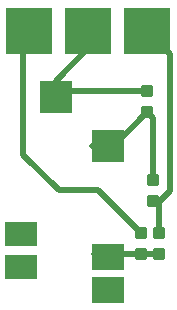
<source format=gtl>
%FSLAX42Y42*%
%MOMM*%
G71*
G01*
G75*
G04 Layer_Physical_Order=1*
G04 Layer_Color=255*
G04:AMPARAMS|DCode=10|XSize=1mm|YSize=1.1mm|CornerRadius=0.25mm|HoleSize=0mm|Usage=FLASHONLY|Rotation=270.000|XOffset=0mm|YOffset=0mm|HoleType=Round|Shape=RoundedRectangle|*
%AMROUNDEDRECTD10*
21,1,1.00,0.60,0,0,270.0*
21,1,0.50,1.10,0,0,270.0*
1,1,0.50,-0.30,-0.25*
1,1,0.50,-0.30,0.25*
1,1,0.50,0.30,0.25*
1,1,0.50,0.30,-0.25*
%
%ADD10ROUNDEDRECTD10*%
%ADD11R,4.00X4.00*%
%ADD12R,2.80X2.00*%
%ADD13R,2.80X2.80*%
%ADD14R,2.80X2.20*%
%ADD15C,0.50*%
D10*
X6150Y9738D02*
D03*
Y9562D02*
D03*
X6200Y8988D02*
D03*
Y8812D02*
D03*
X6250Y8538D02*
D03*
Y8362D02*
D03*
X6100Y8362D02*
D03*
Y8538D02*
D03*
D11*
X6150Y10250D02*
D03*
X5650D02*
D03*
X5150D02*
D03*
D12*
X5080Y8530D02*
D03*
Y8250D02*
D03*
D13*
X5375Y9690D02*
D03*
X5820Y9280D02*
D03*
D14*
Y8340D02*
D03*
Y8060D02*
D03*
D15*
X6345Y8895D02*
Y10055D01*
X6250Y8800D02*
X6345Y8895D01*
X6250Y8550D02*
Y8800D01*
Y8550D02*
X6262Y8538D01*
X6150Y10250D02*
X6345Y10055D01*
X6200Y8988D02*
Y9512D01*
X6150Y9562D02*
X6200Y9512D01*
X5738Y8900D02*
X6100Y8538D01*
X5400Y8900D02*
X5738D01*
X5100Y9200D02*
X5400Y8900D01*
X5100Y9200D02*
Y10200D01*
X5150Y10250D01*
X5680Y9280D02*
X5868D01*
X6150Y9562D01*
X5467Y9738D02*
X6150D01*
X5375Y9830D02*
X5467Y9738D01*
X5650Y10105D02*
Y10250D01*
X5375Y9830D02*
X5650Y10105D01*
X5702Y8362D02*
X6250D01*
M02*

</source>
